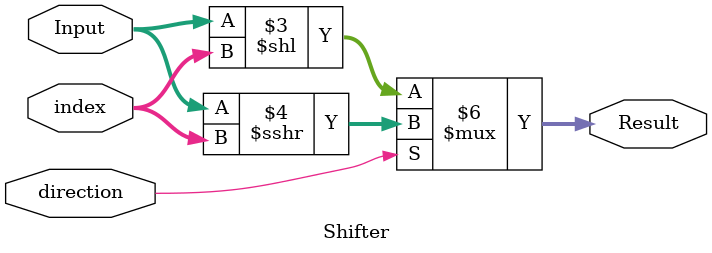
<source format=v>
module Shifter(Input, index, direction, Result);
   input  [31:0] Input;        // Input of shifter
   input [4:0] index; // how many bits
   input direction; // input direction, 0 left 1 right
   output [31:0] Result;

   reg[31:0] Result;

   always@(*)
	begin
	   if(!direction)
	      begin
		Result=Input<<index;
	      end
	   else
	      begin
		Result = $signed(Input)>>>index;
	      end
	   end
endmodule

</source>
